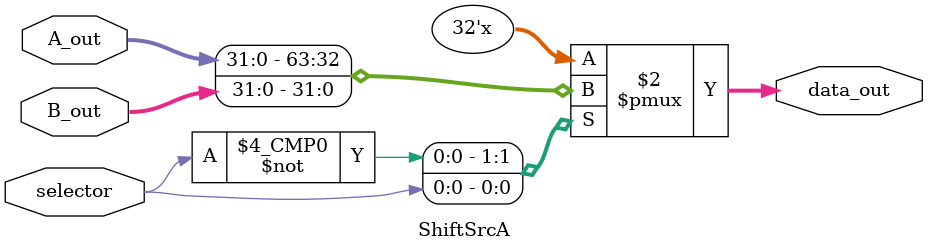
<source format=v>
module ShiftSrcA(
    input wire selector,
    input wire [31:0] A_out,
    input wire [31:0] B_out,
    output reg [31:0] data_out
);

always @(*) begin
    case(selector)
		2'd0: data_out = A_out;
	    2'd1: data_out = B_out;
	endcase
end

endmodule
</source>
